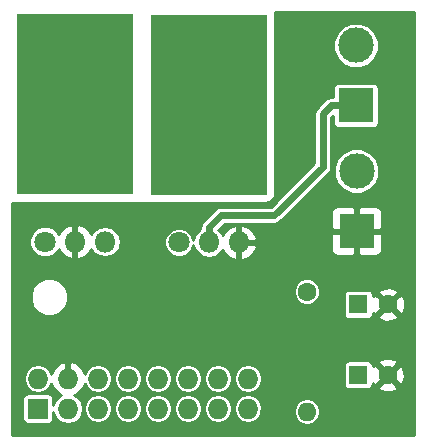
<source format=gbr>
G04 #@! TF.FileFunction,Copper,L2,Bot,Signal*
%FSLAX46Y46*%
G04 Gerber Fmt 4.6, Leading zero omitted, Abs format (unit mm)*
G04 Created by KiCad (PCBNEW 4.0.4-stable) date 04/11/18 19:40:55*
%MOMM*%
%LPD*%
G01*
G04 APERTURE LIST*
%ADD10C,0.100000*%
%ADD11R,9.800000X15.300000*%
%ADD12C,0.600000*%
%ADD13O,1.727200X1.727200*%
%ADD14R,1.727200X1.727200*%
%ADD15R,1.600000X1.600000*%
%ADD16C,1.600000*%
%ADD17C,1.800000*%
%ADD18O,1.800000X1.800000*%
%ADD19O,1.600000X1.600000*%
%ADD20R,2.999740X2.999740*%
%ADD21C,2.999740*%
%ADD22C,0.600000*%
%ADD23C,0.254000*%
G04 APERTURE END LIST*
D10*
D11*
X130370000Y-83150000D03*
X141760000Y-83180000D03*
D12*
X141740000Y-88180000D03*
X143740000Y-88180000D03*
X143740000Y-90180000D03*
X145740000Y-90180000D03*
X145740000Y-88180000D03*
X141740000Y-90180000D03*
X139450000Y-78190000D03*
X137740000Y-78180000D03*
X139740000Y-76180000D03*
X137740000Y-80180000D03*
X139740000Y-80180000D03*
X137740000Y-76180000D03*
X143740000Y-82180000D03*
X145740000Y-82180000D03*
X141740000Y-86180000D03*
X143740000Y-84180000D03*
X143740000Y-86180000D03*
X145740000Y-84180000D03*
X141740000Y-84180000D03*
X145740000Y-86180000D03*
X139740000Y-84180000D03*
X141740000Y-82180000D03*
X139740000Y-82180000D03*
X137740000Y-82180000D03*
X137740000Y-84180000D03*
X141730000Y-75880000D03*
X143740000Y-76180000D03*
X141730000Y-80490000D03*
X143740000Y-80180000D03*
X145740000Y-80180000D03*
X144040000Y-78190000D03*
X145740000Y-78180000D03*
X145740000Y-76180000D03*
X137740000Y-86180000D03*
X137740000Y-88180000D03*
X137740000Y-90180000D03*
X139740000Y-88180000D03*
X139740000Y-90180000D03*
X139740000Y-86180000D03*
X134390000Y-90200000D03*
X132390000Y-90200000D03*
X130390000Y-90200000D03*
X128390000Y-90200000D03*
X126390000Y-90200000D03*
X134390000Y-88200000D03*
X132390000Y-88200000D03*
X130390000Y-88200000D03*
X128390000Y-88200000D03*
X126390000Y-88200000D03*
X134390000Y-86200000D03*
X132390000Y-86200000D03*
X130390000Y-86200000D03*
X128390000Y-86200000D03*
X126390000Y-86200000D03*
X134390000Y-84200000D03*
X132390000Y-84200000D03*
X130390000Y-84200000D03*
X128390000Y-84200000D03*
X126390000Y-84200000D03*
X134390000Y-82200000D03*
X132390000Y-82200000D03*
X130390000Y-82200000D03*
X128390000Y-82200000D03*
X126390000Y-82200000D03*
X134390000Y-80200000D03*
X132390000Y-80200000D03*
X130380000Y-80510000D03*
X128390000Y-80200000D03*
X126390000Y-80200000D03*
X134390000Y-78200000D03*
X132690000Y-78210000D03*
X128100000Y-78210000D03*
X126390000Y-78200000D03*
X134390000Y-76200000D03*
X132390000Y-76200000D03*
X130380000Y-75900000D03*
X128390000Y-76200000D03*
D13*
X145034000Y-106375200D03*
X145034000Y-108915200D03*
X142494000Y-106375200D03*
X142494000Y-108915200D03*
X139954000Y-106375200D03*
X139954000Y-108915200D03*
X137414000Y-106375200D03*
X137414000Y-108915200D03*
D14*
X127254000Y-108915200D03*
D13*
X127254000Y-106375200D03*
X129794000Y-108915200D03*
X129794000Y-106375200D03*
X132334000Y-108915200D03*
X132334000Y-106375200D03*
X134874000Y-108915200D03*
X134874000Y-106375200D03*
D15*
X154380000Y-106060000D03*
D16*
X156880000Y-106060000D03*
D15*
X154400000Y-100100000D03*
D16*
X156900000Y-100100000D03*
D17*
X139210000Y-94840000D03*
D18*
X141750000Y-94840000D03*
X144290000Y-94840000D03*
D16*
X150040000Y-99010000D03*
D19*
X150040000Y-109170000D03*
D17*
X127850000Y-94790000D03*
D18*
X130390000Y-94790000D03*
X132930000Y-94790000D03*
D12*
X126390000Y-76200000D03*
D20*
X154190000Y-83250000D03*
D21*
X154190000Y-78170000D03*
D20*
X154240000Y-93890000D03*
D21*
X154240000Y-88810000D03*
D22*
X141750000Y-94840000D02*
X141750000Y-93567208D01*
X141750000Y-93567208D02*
X142767208Y-92550000D01*
X152090130Y-83250000D02*
X154190000Y-83250000D01*
X142767208Y-92550000D02*
X147280000Y-92550000D01*
X147280000Y-92550000D02*
X151387868Y-88442132D01*
X151387868Y-88442132D02*
X151387868Y-83952262D01*
X151387868Y-83952262D02*
X152090130Y-83250000D01*
D23*
G36*
X159108219Y-111128115D02*
X125042110Y-111137885D01*
X125042952Y-108051600D01*
X125955035Y-108051600D01*
X125955035Y-109778800D01*
X125984809Y-109937037D01*
X126078327Y-110082367D01*
X126221019Y-110179864D01*
X126390400Y-110214165D01*
X128117600Y-110214165D01*
X128275837Y-110184391D01*
X128421167Y-110090873D01*
X128518664Y-109948181D01*
X128552965Y-109778800D01*
X128552965Y-109189664D01*
X128601641Y-109434375D01*
X128881408Y-109853076D01*
X129300109Y-110132843D01*
X129794000Y-110231084D01*
X130287891Y-110132843D01*
X130706592Y-109853076D01*
X130986359Y-109434375D01*
X131084600Y-108940484D01*
X131084600Y-108891875D01*
X131143400Y-108891875D01*
X131143400Y-108938525D01*
X131234029Y-109394148D01*
X131492119Y-109780406D01*
X131878377Y-110038496D01*
X132334000Y-110129125D01*
X132789623Y-110038496D01*
X133175881Y-109780406D01*
X133433971Y-109394148D01*
X133524600Y-108938525D01*
X133524600Y-108891875D01*
X133683400Y-108891875D01*
X133683400Y-108938525D01*
X133774029Y-109394148D01*
X134032119Y-109780406D01*
X134418377Y-110038496D01*
X134874000Y-110129125D01*
X135329623Y-110038496D01*
X135715881Y-109780406D01*
X135973971Y-109394148D01*
X136064600Y-108938525D01*
X136064600Y-108891875D01*
X136223400Y-108891875D01*
X136223400Y-108938525D01*
X136314029Y-109394148D01*
X136572119Y-109780406D01*
X136958377Y-110038496D01*
X137414000Y-110129125D01*
X137869623Y-110038496D01*
X138255881Y-109780406D01*
X138513971Y-109394148D01*
X138604600Y-108938525D01*
X138604600Y-108891875D01*
X138763400Y-108891875D01*
X138763400Y-108938525D01*
X138854029Y-109394148D01*
X139112119Y-109780406D01*
X139498377Y-110038496D01*
X139954000Y-110129125D01*
X140409623Y-110038496D01*
X140795881Y-109780406D01*
X141053971Y-109394148D01*
X141144600Y-108938525D01*
X141144600Y-108891875D01*
X141303400Y-108891875D01*
X141303400Y-108938525D01*
X141394029Y-109394148D01*
X141652119Y-109780406D01*
X142038377Y-110038496D01*
X142494000Y-110129125D01*
X142949623Y-110038496D01*
X143335881Y-109780406D01*
X143593971Y-109394148D01*
X143684600Y-108938525D01*
X143684600Y-108891875D01*
X143843400Y-108891875D01*
X143843400Y-108938525D01*
X143934029Y-109394148D01*
X144192119Y-109780406D01*
X144578377Y-110038496D01*
X145034000Y-110129125D01*
X145489623Y-110038496D01*
X145875881Y-109780406D01*
X146133971Y-109394148D01*
X146182948Y-109147921D01*
X148913000Y-109147921D01*
X148913000Y-109192079D01*
X148998788Y-109623363D01*
X149243091Y-109988988D01*
X149608716Y-110233291D01*
X150040000Y-110319079D01*
X150471284Y-110233291D01*
X150836909Y-109988988D01*
X151081212Y-109623363D01*
X151167000Y-109192079D01*
X151167000Y-109147921D01*
X151081212Y-108716637D01*
X150836909Y-108351012D01*
X150471284Y-108106709D01*
X150040000Y-108020921D01*
X149608716Y-108106709D01*
X149243091Y-108351012D01*
X148998788Y-108716637D01*
X148913000Y-109147921D01*
X146182948Y-109147921D01*
X146224600Y-108938525D01*
X146224600Y-108891875D01*
X146133971Y-108436252D01*
X145875881Y-108049994D01*
X145489623Y-107791904D01*
X145034000Y-107701275D01*
X144578377Y-107791904D01*
X144192119Y-108049994D01*
X143934029Y-108436252D01*
X143843400Y-108891875D01*
X143684600Y-108891875D01*
X143593971Y-108436252D01*
X143335881Y-108049994D01*
X142949623Y-107791904D01*
X142494000Y-107701275D01*
X142038377Y-107791904D01*
X141652119Y-108049994D01*
X141394029Y-108436252D01*
X141303400Y-108891875D01*
X141144600Y-108891875D01*
X141053971Y-108436252D01*
X140795881Y-108049994D01*
X140409623Y-107791904D01*
X139954000Y-107701275D01*
X139498377Y-107791904D01*
X139112119Y-108049994D01*
X138854029Y-108436252D01*
X138763400Y-108891875D01*
X138604600Y-108891875D01*
X138513971Y-108436252D01*
X138255881Y-108049994D01*
X137869623Y-107791904D01*
X137414000Y-107701275D01*
X136958377Y-107791904D01*
X136572119Y-108049994D01*
X136314029Y-108436252D01*
X136223400Y-108891875D01*
X136064600Y-108891875D01*
X135973971Y-108436252D01*
X135715881Y-108049994D01*
X135329623Y-107791904D01*
X134874000Y-107701275D01*
X134418377Y-107791904D01*
X134032119Y-108049994D01*
X133774029Y-108436252D01*
X133683400Y-108891875D01*
X133524600Y-108891875D01*
X133433971Y-108436252D01*
X133175881Y-108049994D01*
X132789623Y-107791904D01*
X132334000Y-107701275D01*
X131878377Y-107791904D01*
X131492119Y-108049994D01*
X131234029Y-108436252D01*
X131143400Y-108891875D01*
X131084600Y-108891875D01*
X131084600Y-108889916D01*
X130986359Y-108396025D01*
X130706592Y-107977324D01*
X130358792Y-107744932D01*
X130568947Y-107657888D01*
X131000821Y-107263690D01*
X131221734Y-106792336D01*
X131234029Y-106854148D01*
X131492119Y-107240406D01*
X131878377Y-107498496D01*
X132334000Y-107589125D01*
X132789623Y-107498496D01*
X133175881Y-107240406D01*
X133433971Y-106854148D01*
X133524600Y-106398525D01*
X133524600Y-106351875D01*
X133683400Y-106351875D01*
X133683400Y-106398525D01*
X133774029Y-106854148D01*
X134032119Y-107240406D01*
X134418377Y-107498496D01*
X134874000Y-107589125D01*
X135329623Y-107498496D01*
X135715881Y-107240406D01*
X135973971Y-106854148D01*
X136064600Y-106398525D01*
X136064600Y-106351875D01*
X136223400Y-106351875D01*
X136223400Y-106398525D01*
X136314029Y-106854148D01*
X136572119Y-107240406D01*
X136958377Y-107498496D01*
X137414000Y-107589125D01*
X137869623Y-107498496D01*
X138255881Y-107240406D01*
X138513971Y-106854148D01*
X138604600Y-106398525D01*
X138604600Y-106351875D01*
X138763400Y-106351875D01*
X138763400Y-106398525D01*
X138854029Y-106854148D01*
X139112119Y-107240406D01*
X139498377Y-107498496D01*
X139954000Y-107589125D01*
X140409623Y-107498496D01*
X140795881Y-107240406D01*
X141053971Y-106854148D01*
X141144600Y-106398525D01*
X141144600Y-106351875D01*
X141303400Y-106351875D01*
X141303400Y-106398525D01*
X141394029Y-106854148D01*
X141652119Y-107240406D01*
X142038377Y-107498496D01*
X142494000Y-107589125D01*
X142949623Y-107498496D01*
X143335881Y-107240406D01*
X143593971Y-106854148D01*
X143684600Y-106398525D01*
X143684600Y-106351875D01*
X143843400Y-106351875D01*
X143843400Y-106398525D01*
X143934029Y-106854148D01*
X144192119Y-107240406D01*
X144578377Y-107498496D01*
X145034000Y-107589125D01*
X145489623Y-107498496D01*
X145875881Y-107240406D01*
X146133971Y-106854148D01*
X146224600Y-106398525D01*
X146224600Y-106351875D01*
X146133971Y-105896252D01*
X145875881Y-105509994D01*
X145501740Y-105260000D01*
X153144635Y-105260000D01*
X153144635Y-106860000D01*
X153174409Y-107018237D01*
X153267927Y-107163567D01*
X153410619Y-107261064D01*
X153580000Y-107295365D01*
X155180000Y-107295365D01*
X155338237Y-107265591D01*
X155483567Y-107172073D01*
X155554851Y-107067745D01*
X156051861Y-107067745D01*
X156125995Y-107313864D01*
X156663223Y-107506965D01*
X157233454Y-107479778D01*
X157634005Y-107313864D01*
X157708139Y-107067745D01*
X156880000Y-106239605D01*
X156051861Y-107067745D01*
X155554851Y-107067745D01*
X155581064Y-107029381D01*
X155615365Y-106860000D01*
X155615365Y-106788002D01*
X155626136Y-106814005D01*
X155872255Y-106888139D01*
X156700395Y-106060000D01*
X157059605Y-106060000D01*
X157887745Y-106888139D01*
X158133864Y-106814005D01*
X158326965Y-106276777D01*
X158299778Y-105706546D01*
X158133864Y-105305995D01*
X157887745Y-105231861D01*
X157059605Y-106060000D01*
X156700395Y-106060000D01*
X155872255Y-105231861D01*
X155626136Y-105305995D01*
X155615365Y-105335961D01*
X155615365Y-105260000D01*
X155585591Y-105101763D01*
X155553734Y-105052255D01*
X156051861Y-105052255D01*
X156880000Y-105880395D01*
X157708139Y-105052255D01*
X157634005Y-104806136D01*
X157096777Y-104613035D01*
X156526546Y-104640222D01*
X156125995Y-104806136D01*
X156051861Y-105052255D01*
X155553734Y-105052255D01*
X155492073Y-104956433D01*
X155349381Y-104858936D01*
X155180000Y-104824635D01*
X153580000Y-104824635D01*
X153421763Y-104854409D01*
X153276433Y-104947927D01*
X153178936Y-105090619D01*
X153144635Y-105260000D01*
X145501740Y-105260000D01*
X145489623Y-105251904D01*
X145034000Y-105161275D01*
X144578377Y-105251904D01*
X144192119Y-105509994D01*
X143934029Y-105896252D01*
X143843400Y-106351875D01*
X143684600Y-106351875D01*
X143593971Y-105896252D01*
X143335881Y-105509994D01*
X142949623Y-105251904D01*
X142494000Y-105161275D01*
X142038377Y-105251904D01*
X141652119Y-105509994D01*
X141394029Y-105896252D01*
X141303400Y-106351875D01*
X141144600Y-106351875D01*
X141053971Y-105896252D01*
X140795881Y-105509994D01*
X140409623Y-105251904D01*
X139954000Y-105161275D01*
X139498377Y-105251904D01*
X139112119Y-105509994D01*
X138854029Y-105896252D01*
X138763400Y-106351875D01*
X138604600Y-106351875D01*
X138513971Y-105896252D01*
X138255881Y-105509994D01*
X137869623Y-105251904D01*
X137414000Y-105161275D01*
X136958377Y-105251904D01*
X136572119Y-105509994D01*
X136314029Y-105896252D01*
X136223400Y-106351875D01*
X136064600Y-106351875D01*
X135973971Y-105896252D01*
X135715881Y-105509994D01*
X135329623Y-105251904D01*
X134874000Y-105161275D01*
X134418377Y-105251904D01*
X134032119Y-105509994D01*
X133774029Y-105896252D01*
X133683400Y-106351875D01*
X133524600Y-106351875D01*
X133433971Y-105896252D01*
X133175881Y-105509994D01*
X132789623Y-105251904D01*
X132334000Y-105161275D01*
X131878377Y-105251904D01*
X131492119Y-105509994D01*
X131234029Y-105896252D01*
X131221734Y-105958064D01*
X131000821Y-105486710D01*
X130568947Y-105092512D01*
X130153026Y-104920242D01*
X129921000Y-105041383D01*
X129921000Y-106248200D01*
X129941000Y-106248200D01*
X129941000Y-106502200D01*
X129921000Y-106502200D01*
X129921000Y-106522200D01*
X129667000Y-106522200D01*
X129667000Y-106502200D01*
X129647000Y-106502200D01*
X129647000Y-106248200D01*
X129667000Y-106248200D01*
X129667000Y-105041383D01*
X129434974Y-104920242D01*
X129019053Y-105092512D01*
X128587179Y-105486710D01*
X128366266Y-105958064D01*
X128353971Y-105896252D01*
X128095881Y-105509994D01*
X127709623Y-105251904D01*
X127254000Y-105161275D01*
X126798377Y-105251904D01*
X126412119Y-105509994D01*
X126154029Y-105896252D01*
X126063400Y-106351875D01*
X126063400Y-106398525D01*
X126154029Y-106854148D01*
X126412119Y-107240406D01*
X126798377Y-107498496D01*
X127254000Y-107589125D01*
X127709623Y-107498496D01*
X128095881Y-107240406D01*
X128353971Y-106854148D01*
X128366266Y-106792336D01*
X128587179Y-107263690D01*
X129019053Y-107657888D01*
X129229208Y-107744932D01*
X128881408Y-107977324D01*
X128601641Y-108396025D01*
X128552965Y-108640736D01*
X128552965Y-108051600D01*
X128523191Y-107893363D01*
X128429673Y-107748033D01*
X128286981Y-107650536D01*
X128117600Y-107616235D01*
X126390400Y-107616235D01*
X126232163Y-107646009D01*
X126086833Y-107739527D01*
X125989336Y-107882219D01*
X125955035Y-108051600D01*
X125042952Y-108051600D01*
X125045210Y-99778708D01*
X126641927Y-99778708D01*
X126881505Y-100358532D01*
X127324735Y-100802536D01*
X127904139Y-101043125D01*
X128531508Y-101043673D01*
X129111332Y-100804095D01*
X129555336Y-100360865D01*
X129795925Y-99781461D01*
X129796403Y-99233191D01*
X148912805Y-99233191D01*
X149084019Y-99647560D01*
X149400772Y-99964867D01*
X149814842Y-100136804D01*
X150263191Y-100137195D01*
X150677560Y-99965981D01*
X150994867Y-99649228D01*
X151139879Y-99300000D01*
X153164635Y-99300000D01*
X153164635Y-100900000D01*
X153194409Y-101058237D01*
X153287927Y-101203567D01*
X153430619Y-101301064D01*
X153600000Y-101335365D01*
X155200000Y-101335365D01*
X155358237Y-101305591D01*
X155503567Y-101212073D01*
X155574851Y-101107745D01*
X156071861Y-101107745D01*
X156145995Y-101353864D01*
X156683223Y-101546965D01*
X157253454Y-101519778D01*
X157654005Y-101353864D01*
X157728139Y-101107745D01*
X156900000Y-100279605D01*
X156071861Y-101107745D01*
X155574851Y-101107745D01*
X155601064Y-101069381D01*
X155635365Y-100900000D01*
X155635365Y-100828002D01*
X155646136Y-100854005D01*
X155892255Y-100928139D01*
X156720395Y-100100000D01*
X157079605Y-100100000D01*
X157907745Y-100928139D01*
X158153864Y-100854005D01*
X158346965Y-100316777D01*
X158319778Y-99746546D01*
X158153864Y-99345995D01*
X157907745Y-99271861D01*
X157079605Y-100100000D01*
X156720395Y-100100000D01*
X155892255Y-99271861D01*
X155646136Y-99345995D01*
X155635365Y-99375961D01*
X155635365Y-99300000D01*
X155605591Y-99141763D01*
X155573734Y-99092255D01*
X156071861Y-99092255D01*
X156900000Y-99920395D01*
X157728139Y-99092255D01*
X157654005Y-98846136D01*
X157116777Y-98653035D01*
X156546546Y-98680222D01*
X156145995Y-98846136D01*
X156071861Y-99092255D01*
X155573734Y-99092255D01*
X155512073Y-98996433D01*
X155369381Y-98898936D01*
X155200000Y-98864635D01*
X153600000Y-98864635D01*
X153441763Y-98894409D01*
X153296433Y-98987927D01*
X153198936Y-99130619D01*
X153164635Y-99300000D01*
X151139879Y-99300000D01*
X151166804Y-99235158D01*
X151167195Y-98786809D01*
X150995981Y-98372440D01*
X150679228Y-98055133D01*
X150265158Y-97883196D01*
X149816809Y-97882805D01*
X149402440Y-98054019D01*
X149085133Y-98370772D01*
X148913196Y-98784842D01*
X148912805Y-99233191D01*
X129796403Y-99233191D01*
X129796473Y-99154092D01*
X129556895Y-98574268D01*
X129113665Y-98130264D01*
X128534261Y-97889675D01*
X127906892Y-97889127D01*
X127327068Y-98128705D01*
X126883064Y-98571935D01*
X126642475Y-99151339D01*
X126641927Y-99778708D01*
X125045210Y-99778708D01*
X125046500Y-95052798D01*
X126522771Y-95052798D01*
X126724369Y-95540703D01*
X127097334Y-95914319D01*
X127584885Y-96116769D01*
X128112798Y-96117229D01*
X128600703Y-95915631D01*
X128974319Y-95542666D01*
X129017033Y-95439800D01*
X129077760Y-95586417D01*
X129482424Y-96027966D01*
X130025258Y-96281046D01*
X130263000Y-96160997D01*
X130263000Y-94917000D01*
X130243000Y-94917000D01*
X130243000Y-94663000D01*
X130263000Y-94663000D01*
X130263000Y-93419003D01*
X130517000Y-93419003D01*
X130517000Y-94663000D01*
X130537000Y-94663000D01*
X130537000Y-94917000D01*
X130517000Y-94917000D01*
X130517000Y-96160997D01*
X130754742Y-96281046D01*
X131297576Y-96027966D01*
X131702240Y-95586417D01*
X131766761Y-95430640D01*
X131965672Y-95728331D01*
X132396182Y-96015988D01*
X132904003Y-96117000D01*
X132955997Y-96117000D01*
X133463818Y-96015988D01*
X133894328Y-95728331D01*
X134181985Y-95297821D01*
X134224716Y-95082995D01*
X137982788Y-95082995D01*
X138169194Y-95534131D01*
X138514053Y-95879593D01*
X138964864Y-96066786D01*
X139452995Y-96067212D01*
X139904131Y-95880806D01*
X140249593Y-95535947D01*
X140436786Y-95085136D01*
X140436825Y-95040200D01*
X140498015Y-95347821D01*
X140785672Y-95778331D01*
X141216182Y-96065988D01*
X141724003Y-96167000D01*
X141775997Y-96167000D01*
X142283818Y-96065988D01*
X142714328Y-95778331D01*
X142913239Y-95480640D01*
X142977760Y-95636417D01*
X143382424Y-96077966D01*
X143925258Y-96331046D01*
X144163000Y-96210997D01*
X144163000Y-94967000D01*
X144417000Y-94967000D01*
X144417000Y-96210997D01*
X144654742Y-96331046D01*
X145197576Y-96077966D01*
X145602240Y-95636417D01*
X145781036Y-95204740D01*
X145660378Y-94967000D01*
X144417000Y-94967000D01*
X144163000Y-94967000D01*
X144143000Y-94967000D01*
X144143000Y-94713000D01*
X144163000Y-94713000D01*
X144163000Y-93469003D01*
X144417000Y-93469003D01*
X144417000Y-94713000D01*
X145660378Y-94713000D01*
X145781036Y-94475260D01*
X145656983Y-94175750D01*
X152105130Y-94175750D01*
X152105130Y-95516179D01*
X152201803Y-95749568D01*
X152380431Y-95928197D01*
X152613820Y-96024870D01*
X153954250Y-96024870D01*
X154113000Y-95866120D01*
X154113000Y-94017000D01*
X154367000Y-94017000D01*
X154367000Y-95866120D01*
X154525750Y-96024870D01*
X155866180Y-96024870D01*
X156099569Y-95928197D01*
X156278197Y-95749568D01*
X156374870Y-95516179D01*
X156374870Y-94175750D01*
X156216120Y-94017000D01*
X154367000Y-94017000D01*
X154113000Y-94017000D01*
X152263880Y-94017000D01*
X152105130Y-94175750D01*
X145656983Y-94175750D01*
X145602240Y-94043583D01*
X145197576Y-93602034D01*
X144654742Y-93348954D01*
X144417000Y-93469003D01*
X144163000Y-93469003D01*
X143925258Y-93348954D01*
X143382424Y-93602034D01*
X142977760Y-94043583D01*
X142913239Y-94199360D01*
X142714328Y-93901669D01*
X142552082Y-93793260D01*
X143068341Y-93277000D01*
X147279995Y-93277000D01*
X147280000Y-93277001D01*
X147512052Y-93230842D01*
X147558211Y-93221660D01*
X147794067Y-93064067D01*
X148594312Y-92263821D01*
X152105130Y-92263821D01*
X152105130Y-93604250D01*
X152263880Y-93763000D01*
X154113000Y-93763000D01*
X154113000Y-91913880D01*
X154367000Y-91913880D01*
X154367000Y-93763000D01*
X156216120Y-93763000D01*
X156374870Y-93604250D01*
X156374870Y-92263821D01*
X156278197Y-92030432D01*
X156099569Y-91851803D01*
X155866180Y-91755130D01*
X154525750Y-91755130D01*
X154367000Y-91913880D01*
X154113000Y-91913880D01*
X153954250Y-91755130D01*
X152613820Y-91755130D01*
X152380431Y-91851803D01*
X152201803Y-92030432D01*
X152105130Y-92263821D01*
X148594312Y-92263821D01*
X151666536Y-89191597D01*
X152312796Y-89191597D01*
X152605526Y-89900058D01*
X153147091Y-90442569D01*
X153855040Y-90736535D01*
X154621597Y-90737204D01*
X155330058Y-90444474D01*
X155872569Y-89902909D01*
X156166535Y-89194960D01*
X156167204Y-88428403D01*
X155874474Y-87719942D01*
X155332909Y-87177431D01*
X154624960Y-86883465D01*
X153858403Y-86882796D01*
X153149942Y-87175526D01*
X152607431Y-87717091D01*
X152313465Y-88425040D01*
X152312796Y-89191597D01*
X151666536Y-89191597D01*
X151901932Y-88956201D01*
X151901935Y-88956199D01*
X152059528Y-88720343D01*
X152068710Y-88674184D01*
X152114869Y-88442132D01*
X152114868Y-88442127D01*
X152114868Y-84253396D01*
X152254765Y-84113498D01*
X152254765Y-84749870D01*
X152284539Y-84908107D01*
X152378057Y-85053437D01*
X152520749Y-85150934D01*
X152690130Y-85185235D01*
X155689870Y-85185235D01*
X155848107Y-85155461D01*
X155993437Y-85061943D01*
X156090934Y-84919251D01*
X156125235Y-84749870D01*
X156125235Y-81750130D01*
X156095461Y-81591893D01*
X156001943Y-81446563D01*
X155859251Y-81349066D01*
X155689870Y-81314765D01*
X152690130Y-81314765D01*
X152531893Y-81344539D01*
X152386563Y-81438057D01*
X152289066Y-81580749D01*
X152254765Y-81750130D01*
X152254765Y-82523000D01*
X152090130Y-82523000D01*
X151811919Y-82578340D01*
X151576063Y-82735933D01*
X151576061Y-82735936D01*
X150873801Y-83438195D01*
X150716208Y-83674051D01*
X150716208Y-83674052D01*
X150660867Y-83952262D01*
X150660868Y-83952267D01*
X150660868Y-88140999D01*
X146978866Y-91823000D01*
X142767208Y-91823000D01*
X142488997Y-91878340D01*
X142253141Y-92035933D01*
X142253139Y-92035936D01*
X141235933Y-93053141D01*
X141078340Y-93288997D01*
X141069158Y-93335156D01*
X141022999Y-93567208D01*
X141023000Y-93567213D01*
X141023000Y-93743092D01*
X140785672Y-93901669D01*
X140498015Y-94332179D01*
X140437176Y-94638036D01*
X140437212Y-94597005D01*
X140250806Y-94145869D01*
X139905947Y-93800407D01*
X139455136Y-93613214D01*
X138967005Y-93612788D01*
X138515869Y-93799194D01*
X138170407Y-94144053D01*
X137983214Y-94594864D01*
X137982788Y-95082995D01*
X134224716Y-95082995D01*
X134282997Y-94790000D01*
X134181985Y-94282179D01*
X133894328Y-93851669D01*
X133463818Y-93564012D01*
X132955997Y-93463000D01*
X132904003Y-93463000D01*
X132396182Y-93564012D01*
X131965672Y-93851669D01*
X131766761Y-94149360D01*
X131702240Y-93993583D01*
X131297576Y-93552034D01*
X130754742Y-93298954D01*
X130517000Y-93419003D01*
X130263000Y-93419003D01*
X130025258Y-93298954D01*
X129482424Y-93552034D01*
X129077760Y-93993583D01*
X129017178Y-94139849D01*
X128975631Y-94039297D01*
X128602666Y-93665681D01*
X128115115Y-93463231D01*
X127587202Y-93462771D01*
X127099297Y-93664369D01*
X126725681Y-94037334D01*
X126523231Y-94524885D01*
X126522771Y-95052798D01*
X125046500Y-95052798D01*
X125047463Y-91527557D01*
X146599885Y-91547000D01*
X146649305Y-91537039D01*
X146678460Y-91519865D01*
X146748293Y-91465000D01*
X146786309Y-91465000D01*
X147019698Y-91368327D01*
X147198327Y-91189699D01*
X147246389Y-91073667D01*
X147248732Y-91071826D01*
X147281403Y-91033433D01*
X147297272Y-90972038D01*
X147304817Y-78551597D01*
X152262796Y-78551597D01*
X152555526Y-79260058D01*
X153097091Y-79802569D01*
X153805040Y-80096535D01*
X154571597Y-80097204D01*
X155280058Y-79804474D01*
X155822569Y-79262909D01*
X156116535Y-78554960D01*
X156117204Y-77788403D01*
X155824474Y-77079942D01*
X155282909Y-76537431D01*
X154574960Y-76243465D01*
X153808403Y-76242796D01*
X153099942Y-76535526D01*
X152557431Y-77077091D01*
X152263465Y-77785040D01*
X152262796Y-78551597D01*
X147304817Y-78551597D01*
X147306786Y-75312000D01*
X159127780Y-75312000D01*
X159108219Y-111128115D01*
X159108219Y-111128115D01*
G37*
X159108219Y-111128115D02*
X125042110Y-111137885D01*
X125042952Y-108051600D01*
X125955035Y-108051600D01*
X125955035Y-109778800D01*
X125984809Y-109937037D01*
X126078327Y-110082367D01*
X126221019Y-110179864D01*
X126390400Y-110214165D01*
X128117600Y-110214165D01*
X128275837Y-110184391D01*
X128421167Y-110090873D01*
X128518664Y-109948181D01*
X128552965Y-109778800D01*
X128552965Y-109189664D01*
X128601641Y-109434375D01*
X128881408Y-109853076D01*
X129300109Y-110132843D01*
X129794000Y-110231084D01*
X130287891Y-110132843D01*
X130706592Y-109853076D01*
X130986359Y-109434375D01*
X131084600Y-108940484D01*
X131084600Y-108891875D01*
X131143400Y-108891875D01*
X131143400Y-108938525D01*
X131234029Y-109394148D01*
X131492119Y-109780406D01*
X131878377Y-110038496D01*
X132334000Y-110129125D01*
X132789623Y-110038496D01*
X133175881Y-109780406D01*
X133433971Y-109394148D01*
X133524600Y-108938525D01*
X133524600Y-108891875D01*
X133683400Y-108891875D01*
X133683400Y-108938525D01*
X133774029Y-109394148D01*
X134032119Y-109780406D01*
X134418377Y-110038496D01*
X134874000Y-110129125D01*
X135329623Y-110038496D01*
X135715881Y-109780406D01*
X135973971Y-109394148D01*
X136064600Y-108938525D01*
X136064600Y-108891875D01*
X136223400Y-108891875D01*
X136223400Y-108938525D01*
X136314029Y-109394148D01*
X136572119Y-109780406D01*
X136958377Y-110038496D01*
X137414000Y-110129125D01*
X137869623Y-110038496D01*
X138255881Y-109780406D01*
X138513971Y-109394148D01*
X138604600Y-108938525D01*
X138604600Y-108891875D01*
X138763400Y-108891875D01*
X138763400Y-108938525D01*
X138854029Y-109394148D01*
X139112119Y-109780406D01*
X139498377Y-110038496D01*
X139954000Y-110129125D01*
X140409623Y-110038496D01*
X140795881Y-109780406D01*
X141053971Y-109394148D01*
X141144600Y-108938525D01*
X141144600Y-108891875D01*
X141303400Y-108891875D01*
X141303400Y-108938525D01*
X141394029Y-109394148D01*
X141652119Y-109780406D01*
X142038377Y-110038496D01*
X142494000Y-110129125D01*
X142949623Y-110038496D01*
X143335881Y-109780406D01*
X143593971Y-109394148D01*
X143684600Y-108938525D01*
X143684600Y-108891875D01*
X143843400Y-108891875D01*
X143843400Y-108938525D01*
X143934029Y-109394148D01*
X144192119Y-109780406D01*
X144578377Y-110038496D01*
X145034000Y-110129125D01*
X145489623Y-110038496D01*
X145875881Y-109780406D01*
X146133971Y-109394148D01*
X146182948Y-109147921D01*
X148913000Y-109147921D01*
X148913000Y-109192079D01*
X148998788Y-109623363D01*
X149243091Y-109988988D01*
X149608716Y-110233291D01*
X150040000Y-110319079D01*
X150471284Y-110233291D01*
X150836909Y-109988988D01*
X151081212Y-109623363D01*
X151167000Y-109192079D01*
X151167000Y-109147921D01*
X151081212Y-108716637D01*
X150836909Y-108351012D01*
X150471284Y-108106709D01*
X150040000Y-108020921D01*
X149608716Y-108106709D01*
X149243091Y-108351012D01*
X148998788Y-108716637D01*
X148913000Y-109147921D01*
X146182948Y-109147921D01*
X146224600Y-108938525D01*
X146224600Y-108891875D01*
X146133971Y-108436252D01*
X145875881Y-108049994D01*
X145489623Y-107791904D01*
X145034000Y-107701275D01*
X144578377Y-107791904D01*
X144192119Y-108049994D01*
X143934029Y-108436252D01*
X143843400Y-108891875D01*
X143684600Y-108891875D01*
X143593971Y-108436252D01*
X143335881Y-108049994D01*
X142949623Y-107791904D01*
X142494000Y-107701275D01*
X142038377Y-107791904D01*
X141652119Y-108049994D01*
X141394029Y-108436252D01*
X141303400Y-108891875D01*
X141144600Y-108891875D01*
X141053971Y-108436252D01*
X140795881Y-108049994D01*
X140409623Y-107791904D01*
X139954000Y-107701275D01*
X139498377Y-107791904D01*
X139112119Y-108049994D01*
X138854029Y-108436252D01*
X138763400Y-108891875D01*
X138604600Y-108891875D01*
X138513971Y-108436252D01*
X138255881Y-108049994D01*
X137869623Y-107791904D01*
X137414000Y-107701275D01*
X136958377Y-107791904D01*
X136572119Y-108049994D01*
X136314029Y-108436252D01*
X136223400Y-108891875D01*
X136064600Y-108891875D01*
X135973971Y-108436252D01*
X135715881Y-108049994D01*
X135329623Y-107791904D01*
X134874000Y-107701275D01*
X134418377Y-107791904D01*
X134032119Y-108049994D01*
X133774029Y-108436252D01*
X133683400Y-108891875D01*
X133524600Y-108891875D01*
X133433971Y-108436252D01*
X133175881Y-108049994D01*
X132789623Y-107791904D01*
X132334000Y-107701275D01*
X131878377Y-107791904D01*
X131492119Y-108049994D01*
X131234029Y-108436252D01*
X131143400Y-108891875D01*
X131084600Y-108891875D01*
X131084600Y-108889916D01*
X130986359Y-108396025D01*
X130706592Y-107977324D01*
X130358792Y-107744932D01*
X130568947Y-107657888D01*
X131000821Y-107263690D01*
X131221734Y-106792336D01*
X131234029Y-106854148D01*
X131492119Y-107240406D01*
X131878377Y-107498496D01*
X132334000Y-107589125D01*
X132789623Y-107498496D01*
X133175881Y-107240406D01*
X133433971Y-106854148D01*
X133524600Y-106398525D01*
X133524600Y-106351875D01*
X133683400Y-106351875D01*
X133683400Y-106398525D01*
X133774029Y-106854148D01*
X134032119Y-107240406D01*
X134418377Y-107498496D01*
X134874000Y-107589125D01*
X135329623Y-107498496D01*
X135715881Y-107240406D01*
X135973971Y-106854148D01*
X136064600Y-106398525D01*
X136064600Y-106351875D01*
X136223400Y-106351875D01*
X136223400Y-106398525D01*
X136314029Y-106854148D01*
X136572119Y-107240406D01*
X136958377Y-107498496D01*
X137414000Y-107589125D01*
X137869623Y-107498496D01*
X138255881Y-107240406D01*
X138513971Y-106854148D01*
X138604600Y-106398525D01*
X138604600Y-106351875D01*
X138763400Y-106351875D01*
X138763400Y-106398525D01*
X138854029Y-106854148D01*
X139112119Y-107240406D01*
X139498377Y-107498496D01*
X139954000Y-107589125D01*
X140409623Y-107498496D01*
X140795881Y-107240406D01*
X141053971Y-106854148D01*
X141144600Y-106398525D01*
X141144600Y-106351875D01*
X141303400Y-106351875D01*
X141303400Y-106398525D01*
X141394029Y-106854148D01*
X141652119Y-107240406D01*
X142038377Y-107498496D01*
X142494000Y-107589125D01*
X142949623Y-107498496D01*
X143335881Y-107240406D01*
X143593971Y-106854148D01*
X143684600Y-106398525D01*
X143684600Y-106351875D01*
X143843400Y-106351875D01*
X143843400Y-106398525D01*
X143934029Y-106854148D01*
X144192119Y-107240406D01*
X144578377Y-107498496D01*
X145034000Y-107589125D01*
X145489623Y-107498496D01*
X145875881Y-107240406D01*
X146133971Y-106854148D01*
X146224600Y-106398525D01*
X146224600Y-106351875D01*
X146133971Y-105896252D01*
X145875881Y-105509994D01*
X145501740Y-105260000D01*
X153144635Y-105260000D01*
X153144635Y-106860000D01*
X153174409Y-107018237D01*
X153267927Y-107163567D01*
X153410619Y-107261064D01*
X153580000Y-107295365D01*
X155180000Y-107295365D01*
X155338237Y-107265591D01*
X155483567Y-107172073D01*
X155554851Y-107067745D01*
X156051861Y-107067745D01*
X156125995Y-107313864D01*
X156663223Y-107506965D01*
X157233454Y-107479778D01*
X157634005Y-107313864D01*
X157708139Y-107067745D01*
X156880000Y-106239605D01*
X156051861Y-107067745D01*
X155554851Y-107067745D01*
X155581064Y-107029381D01*
X155615365Y-106860000D01*
X155615365Y-106788002D01*
X155626136Y-106814005D01*
X155872255Y-106888139D01*
X156700395Y-106060000D01*
X157059605Y-106060000D01*
X157887745Y-106888139D01*
X158133864Y-106814005D01*
X158326965Y-106276777D01*
X158299778Y-105706546D01*
X158133864Y-105305995D01*
X157887745Y-105231861D01*
X157059605Y-106060000D01*
X156700395Y-106060000D01*
X155872255Y-105231861D01*
X155626136Y-105305995D01*
X155615365Y-105335961D01*
X155615365Y-105260000D01*
X155585591Y-105101763D01*
X155553734Y-105052255D01*
X156051861Y-105052255D01*
X156880000Y-105880395D01*
X157708139Y-105052255D01*
X157634005Y-104806136D01*
X157096777Y-104613035D01*
X156526546Y-104640222D01*
X156125995Y-104806136D01*
X156051861Y-105052255D01*
X155553734Y-105052255D01*
X155492073Y-104956433D01*
X155349381Y-104858936D01*
X155180000Y-104824635D01*
X153580000Y-104824635D01*
X153421763Y-104854409D01*
X153276433Y-104947927D01*
X153178936Y-105090619D01*
X153144635Y-105260000D01*
X145501740Y-105260000D01*
X145489623Y-105251904D01*
X145034000Y-105161275D01*
X144578377Y-105251904D01*
X144192119Y-105509994D01*
X143934029Y-105896252D01*
X143843400Y-106351875D01*
X143684600Y-106351875D01*
X143593971Y-105896252D01*
X143335881Y-105509994D01*
X142949623Y-105251904D01*
X142494000Y-105161275D01*
X142038377Y-105251904D01*
X141652119Y-105509994D01*
X141394029Y-105896252D01*
X141303400Y-106351875D01*
X141144600Y-106351875D01*
X141053971Y-105896252D01*
X140795881Y-105509994D01*
X140409623Y-105251904D01*
X139954000Y-105161275D01*
X139498377Y-105251904D01*
X139112119Y-105509994D01*
X138854029Y-105896252D01*
X138763400Y-106351875D01*
X138604600Y-106351875D01*
X138513971Y-105896252D01*
X138255881Y-105509994D01*
X137869623Y-105251904D01*
X137414000Y-105161275D01*
X136958377Y-105251904D01*
X136572119Y-105509994D01*
X136314029Y-105896252D01*
X136223400Y-106351875D01*
X136064600Y-106351875D01*
X135973971Y-105896252D01*
X135715881Y-105509994D01*
X135329623Y-105251904D01*
X134874000Y-105161275D01*
X134418377Y-105251904D01*
X134032119Y-105509994D01*
X133774029Y-105896252D01*
X133683400Y-106351875D01*
X133524600Y-106351875D01*
X133433971Y-105896252D01*
X133175881Y-105509994D01*
X132789623Y-105251904D01*
X132334000Y-105161275D01*
X131878377Y-105251904D01*
X131492119Y-105509994D01*
X131234029Y-105896252D01*
X131221734Y-105958064D01*
X131000821Y-105486710D01*
X130568947Y-105092512D01*
X130153026Y-104920242D01*
X129921000Y-105041383D01*
X129921000Y-106248200D01*
X129941000Y-106248200D01*
X129941000Y-106502200D01*
X129921000Y-106502200D01*
X129921000Y-106522200D01*
X129667000Y-106522200D01*
X129667000Y-106502200D01*
X129647000Y-106502200D01*
X129647000Y-106248200D01*
X129667000Y-106248200D01*
X129667000Y-105041383D01*
X129434974Y-104920242D01*
X129019053Y-105092512D01*
X128587179Y-105486710D01*
X128366266Y-105958064D01*
X128353971Y-105896252D01*
X128095881Y-105509994D01*
X127709623Y-105251904D01*
X127254000Y-105161275D01*
X126798377Y-105251904D01*
X126412119Y-105509994D01*
X126154029Y-105896252D01*
X126063400Y-106351875D01*
X126063400Y-106398525D01*
X126154029Y-106854148D01*
X126412119Y-107240406D01*
X126798377Y-107498496D01*
X127254000Y-107589125D01*
X127709623Y-107498496D01*
X128095881Y-107240406D01*
X128353971Y-106854148D01*
X128366266Y-106792336D01*
X128587179Y-107263690D01*
X129019053Y-107657888D01*
X129229208Y-107744932D01*
X128881408Y-107977324D01*
X128601641Y-108396025D01*
X128552965Y-108640736D01*
X128552965Y-108051600D01*
X128523191Y-107893363D01*
X128429673Y-107748033D01*
X128286981Y-107650536D01*
X128117600Y-107616235D01*
X126390400Y-107616235D01*
X126232163Y-107646009D01*
X126086833Y-107739527D01*
X125989336Y-107882219D01*
X125955035Y-108051600D01*
X125042952Y-108051600D01*
X125045210Y-99778708D01*
X126641927Y-99778708D01*
X126881505Y-100358532D01*
X127324735Y-100802536D01*
X127904139Y-101043125D01*
X128531508Y-101043673D01*
X129111332Y-100804095D01*
X129555336Y-100360865D01*
X129795925Y-99781461D01*
X129796403Y-99233191D01*
X148912805Y-99233191D01*
X149084019Y-99647560D01*
X149400772Y-99964867D01*
X149814842Y-100136804D01*
X150263191Y-100137195D01*
X150677560Y-99965981D01*
X150994867Y-99649228D01*
X151139879Y-99300000D01*
X153164635Y-99300000D01*
X153164635Y-100900000D01*
X153194409Y-101058237D01*
X153287927Y-101203567D01*
X153430619Y-101301064D01*
X153600000Y-101335365D01*
X155200000Y-101335365D01*
X155358237Y-101305591D01*
X155503567Y-101212073D01*
X155574851Y-101107745D01*
X156071861Y-101107745D01*
X156145995Y-101353864D01*
X156683223Y-101546965D01*
X157253454Y-101519778D01*
X157654005Y-101353864D01*
X157728139Y-101107745D01*
X156900000Y-100279605D01*
X156071861Y-101107745D01*
X155574851Y-101107745D01*
X155601064Y-101069381D01*
X155635365Y-100900000D01*
X155635365Y-100828002D01*
X155646136Y-100854005D01*
X155892255Y-100928139D01*
X156720395Y-100100000D01*
X157079605Y-100100000D01*
X157907745Y-100928139D01*
X158153864Y-100854005D01*
X158346965Y-100316777D01*
X158319778Y-99746546D01*
X158153864Y-99345995D01*
X157907745Y-99271861D01*
X157079605Y-100100000D01*
X156720395Y-100100000D01*
X155892255Y-99271861D01*
X155646136Y-99345995D01*
X155635365Y-99375961D01*
X155635365Y-99300000D01*
X155605591Y-99141763D01*
X155573734Y-99092255D01*
X156071861Y-99092255D01*
X156900000Y-99920395D01*
X157728139Y-99092255D01*
X157654005Y-98846136D01*
X157116777Y-98653035D01*
X156546546Y-98680222D01*
X156145995Y-98846136D01*
X156071861Y-99092255D01*
X155573734Y-99092255D01*
X155512073Y-98996433D01*
X155369381Y-98898936D01*
X155200000Y-98864635D01*
X153600000Y-98864635D01*
X153441763Y-98894409D01*
X153296433Y-98987927D01*
X153198936Y-99130619D01*
X153164635Y-99300000D01*
X151139879Y-99300000D01*
X151166804Y-99235158D01*
X151167195Y-98786809D01*
X150995981Y-98372440D01*
X150679228Y-98055133D01*
X150265158Y-97883196D01*
X149816809Y-97882805D01*
X149402440Y-98054019D01*
X149085133Y-98370772D01*
X148913196Y-98784842D01*
X148912805Y-99233191D01*
X129796403Y-99233191D01*
X129796473Y-99154092D01*
X129556895Y-98574268D01*
X129113665Y-98130264D01*
X128534261Y-97889675D01*
X127906892Y-97889127D01*
X127327068Y-98128705D01*
X126883064Y-98571935D01*
X126642475Y-99151339D01*
X126641927Y-99778708D01*
X125045210Y-99778708D01*
X125046500Y-95052798D01*
X126522771Y-95052798D01*
X126724369Y-95540703D01*
X127097334Y-95914319D01*
X127584885Y-96116769D01*
X128112798Y-96117229D01*
X128600703Y-95915631D01*
X128974319Y-95542666D01*
X129017033Y-95439800D01*
X129077760Y-95586417D01*
X129482424Y-96027966D01*
X130025258Y-96281046D01*
X130263000Y-96160997D01*
X130263000Y-94917000D01*
X130243000Y-94917000D01*
X130243000Y-94663000D01*
X130263000Y-94663000D01*
X130263000Y-93419003D01*
X130517000Y-93419003D01*
X130517000Y-94663000D01*
X130537000Y-94663000D01*
X130537000Y-94917000D01*
X130517000Y-94917000D01*
X130517000Y-96160997D01*
X130754742Y-96281046D01*
X131297576Y-96027966D01*
X131702240Y-95586417D01*
X131766761Y-95430640D01*
X131965672Y-95728331D01*
X132396182Y-96015988D01*
X132904003Y-96117000D01*
X132955997Y-96117000D01*
X133463818Y-96015988D01*
X133894328Y-95728331D01*
X134181985Y-95297821D01*
X134224716Y-95082995D01*
X137982788Y-95082995D01*
X138169194Y-95534131D01*
X138514053Y-95879593D01*
X138964864Y-96066786D01*
X139452995Y-96067212D01*
X139904131Y-95880806D01*
X140249593Y-95535947D01*
X140436786Y-95085136D01*
X140436825Y-95040200D01*
X140498015Y-95347821D01*
X140785672Y-95778331D01*
X141216182Y-96065988D01*
X141724003Y-96167000D01*
X141775997Y-96167000D01*
X142283818Y-96065988D01*
X142714328Y-95778331D01*
X142913239Y-95480640D01*
X142977760Y-95636417D01*
X143382424Y-96077966D01*
X143925258Y-96331046D01*
X144163000Y-96210997D01*
X144163000Y-94967000D01*
X144417000Y-94967000D01*
X144417000Y-96210997D01*
X144654742Y-96331046D01*
X145197576Y-96077966D01*
X145602240Y-95636417D01*
X145781036Y-95204740D01*
X145660378Y-94967000D01*
X144417000Y-94967000D01*
X144163000Y-94967000D01*
X144143000Y-94967000D01*
X144143000Y-94713000D01*
X144163000Y-94713000D01*
X144163000Y-93469003D01*
X144417000Y-93469003D01*
X144417000Y-94713000D01*
X145660378Y-94713000D01*
X145781036Y-94475260D01*
X145656983Y-94175750D01*
X152105130Y-94175750D01*
X152105130Y-95516179D01*
X152201803Y-95749568D01*
X152380431Y-95928197D01*
X152613820Y-96024870D01*
X153954250Y-96024870D01*
X154113000Y-95866120D01*
X154113000Y-94017000D01*
X154367000Y-94017000D01*
X154367000Y-95866120D01*
X154525750Y-96024870D01*
X155866180Y-96024870D01*
X156099569Y-95928197D01*
X156278197Y-95749568D01*
X156374870Y-95516179D01*
X156374870Y-94175750D01*
X156216120Y-94017000D01*
X154367000Y-94017000D01*
X154113000Y-94017000D01*
X152263880Y-94017000D01*
X152105130Y-94175750D01*
X145656983Y-94175750D01*
X145602240Y-94043583D01*
X145197576Y-93602034D01*
X144654742Y-93348954D01*
X144417000Y-93469003D01*
X144163000Y-93469003D01*
X143925258Y-93348954D01*
X143382424Y-93602034D01*
X142977760Y-94043583D01*
X142913239Y-94199360D01*
X142714328Y-93901669D01*
X142552082Y-93793260D01*
X143068341Y-93277000D01*
X147279995Y-93277000D01*
X147280000Y-93277001D01*
X147512052Y-93230842D01*
X147558211Y-93221660D01*
X147794067Y-93064067D01*
X148594312Y-92263821D01*
X152105130Y-92263821D01*
X152105130Y-93604250D01*
X152263880Y-93763000D01*
X154113000Y-93763000D01*
X154113000Y-91913880D01*
X154367000Y-91913880D01*
X154367000Y-93763000D01*
X156216120Y-93763000D01*
X156374870Y-93604250D01*
X156374870Y-92263821D01*
X156278197Y-92030432D01*
X156099569Y-91851803D01*
X155866180Y-91755130D01*
X154525750Y-91755130D01*
X154367000Y-91913880D01*
X154113000Y-91913880D01*
X153954250Y-91755130D01*
X152613820Y-91755130D01*
X152380431Y-91851803D01*
X152201803Y-92030432D01*
X152105130Y-92263821D01*
X148594312Y-92263821D01*
X151666536Y-89191597D01*
X152312796Y-89191597D01*
X152605526Y-89900058D01*
X153147091Y-90442569D01*
X153855040Y-90736535D01*
X154621597Y-90737204D01*
X155330058Y-90444474D01*
X155872569Y-89902909D01*
X156166535Y-89194960D01*
X156167204Y-88428403D01*
X155874474Y-87719942D01*
X155332909Y-87177431D01*
X154624960Y-86883465D01*
X153858403Y-86882796D01*
X153149942Y-87175526D01*
X152607431Y-87717091D01*
X152313465Y-88425040D01*
X152312796Y-89191597D01*
X151666536Y-89191597D01*
X151901932Y-88956201D01*
X151901935Y-88956199D01*
X152059528Y-88720343D01*
X152068710Y-88674184D01*
X152114869Y-88442132D01*
X152114868Y-88442127D01*
X152114868Y-84253396D01*
X152254765Y-84113498D01*
X152254765Y-84749870D01*
X152284539Y-84908107D01*
X152378057Y-85053437D01*
X152520749Y-85150934D01*
X152690130Y-85185235D01*
X155689870Y-85185235D01*
X155848107Y-85155461D01*
X155993437Y-85061943D01*
X156090934Y-84919251D01*
X156125235Y-84749870D01*
X156125235Y-81750130D01*
X156095461Y-81591893D01*
X156001943Y-81446563D01*
X155859251Y-81349066D01*
X155689870Y-81314765D01*
X152690130Y-81314765D01*
X152531893Y-81344539D01*
X152386563Y-81438057D01*
X152289066Y-81580749D01*
X152254765Y-81750130D01*
X152254765Y-82523000D01*
X152090130Y-82523000D01*
X151811919Y-82578340D01*
X151576063Y-82735933D01*
X151576061Y-82735936D01*
X150873801Y-83438195D01*
X150716208Y-83674051D01*
X150716208Y-83674052D01*
X150660867Y-83952262D01*
X150660868Y-83952267D01*
X150660868Y-88140999D01*
X146978866Y-91823000D01*
X142767208Y-91823000D01*
X142488997Y-91878340D01*
X142253141Y-92035933D01*
X142253139Y-92035936D01*
X141235933Y-93053141D01*
X141078340Y-93288997D01*
X141069158Y-93335156D01*
X141022999Y-93567208D01*
X141023000Y-93567213D01*
X141023000Y-93743092D01*
X140785672Y-93901669D01*
X140498015Y-94332179D01*
X140437176Y-94638036D01*
X140437212Y-94597005D01*
X140250806Y-94145869D01*
X139905947Y-93800407D01*
X139455136Y-93613214D01*
X138967005Y-93612788D01*
X138515869Y-93799194D01*
X138170407Y-94144053D01*
X137983214Y-94594864D01*
X137982788Y-95082995D01*
X134224716Y-95082995D01*
X134282997Y-94790000D01*
X134181985Y-94282179D01*
X133894328Y-93851669D01*
X133463818Y-93564012D01*
X132955997Y-93463000D01*
X132904003Y-93463000D01*
X132396182Y-93564012D01*
X131965672Y-93851669D01*
X131766761Y-94149360D01*
X131702240Y-93993583D01*
X131297576Y-93552034D01*
X130754742Y-93298954D01*
X130517000Y-93419003D01*
X130263000Y-93419003D01*
X130025258Y-93298954D01*
X129482424Y-93552034D01*
X129077760Y-93993583D01*
X129017178Y-94139849D01*
X128975631Y-94039297D01*
X128602666Y-93665681D01*
X128115115Y-93463231D01*
X127587202Y-93462771D01*
X127099297Y-93664369D01*
X126725681Y-94037334D01*
X126523231Y-94524885D01*
X126522771Y-95052798D01*
X125046500Y-95052798D01*
X125047463Y-91527557D01*
X146599885Y-91547000D01*
X146649305Y-91537039D01*
X146678460Y-91519865D01*
X146748293Y-91465000D01*
X146786309Y-91465000D01*
X147019698Y-91368327D01*
X147198327Y-91189699D01*
X147246389Y-91073667D01*
X147248732Y-91071826D01*
X147281403Y-91033433D01*
X147297272Y-90972038D01*
X147304817Y-78551597D01*
X152262796Y-78551597D01*
X152555526Y-79260058D01*
X153097091Y-79802569D01*
X153805040Y-80096535D01*
X154571597Y-80097204D01*
X155280058Y-79804474D01*
X155822569Y-79262909D01*
X156116535Y-78554960D01*
X156117204Y-77788403D01*
X155824474Y-77079942D01*
X155282909Y-76537431D01*
X154574960Y-76243465D01*
X153808403Y-76242796D01*
X153099942Y-76535526D01*
X152557431Y-77077091D01*
X152263465Y-77785040D01*
X152262796Y-78551597D01*
X147304817Y-78551597D01*
X147306786Y-75312000D01*
X159127780Y-75312000D01*
X159108219Y-111128115D01*
M02*

</source>
